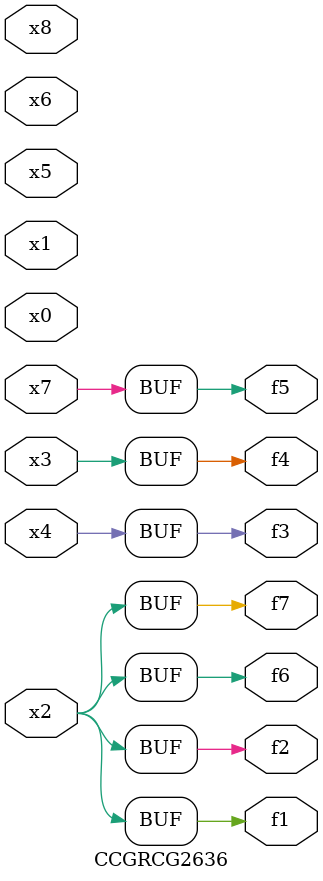
<source format=v>
module CCGRCG2636(
	input x0, x1, x2, x3, x4, x5, x6, x7, x8,
	output f1, f2, f3, f4, f5, f6, f7
);
	assign f1 = x2;
	assign f2 = x2;
	assign f3 = x4;
	assign f4 = x3;
	assign f5 = x7;
	assign f6 = x2;
	assign f7 = x2;
endmodule

</source>
